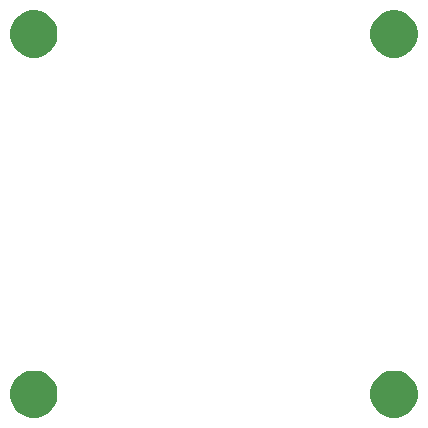
<source format=gbr>
%TF.GenerationSoftware,Altium Limited,Altium Designer,20.2.3 (150)*%
G04 Layer_Color=0*
%FSLAX26Y26*%
%MOIN*%
%TF.SameCoordinates,1E0D65CC-F0FE-4DFC-A0D5-6D9DD74121E6*%
%TF.FilePolarity,Positive*%
%TF.FileFunction,NonPlated,1,4,NPTH,Drill*%
%TF.Part,Single*%
G01*
G75*
G36*
X568598Y502339D02*
X560843D01*
X545631Y505364D01*
X531301Y511300D01*
X518404Y519917D01*
X507437Y530885D01*
X498820Y543781D01*
X492884Y558111D01*
X489858Y573323D01*
Y581079D01*
Y588834D01*
X492884Y604046D01*
X498820Y618376D01*
X507437Y631273D01*
X518404Y642240D01*
X531301Y650857D01*
X545631Y656793D01*
X560843Y659819D01*
X568598D01*
X576354D01*
X591566Y656793D01*
X605896Y650857D01*
X618792Y642240D01*
X629760Y631273D01*
X638377Y618376D01*
X644313Y604046D01*
X647339Y588834D01*
Y581079D01*
Y573323D01*
X644313Y558111D01*
X638377Y543781D01*
X629760Y530885D01*
X618792Y519917D01*
X605896Y511300D01*
X591566Y505364D01*
X576354Y502339D01*
X568598D01*
D01*
D02*
G37*
G36*
Y1703126D02*
X560843D01*
X545631Y1706152D01*
X531301Y1712087D01*
X518404Y1720705D01*
X507437Y1731672D01*
X498820Y1744569D01*
X492884Y1758898D01*
X489858Y1774111D01*
Y1781866D01*
Y1789621D01*
X492884Y1804834D01*
X498820Y1819164D01*
X507437Y1832060D01*
X518404Y1843028D01*
X531301Y1851645D01*
X545631Y1857580D01*
X560843Y1860606D01*
X568598D01*
X576354D01*
X591566Y1857580D01*
X605896Y1851645D01*
X618792Y1843028D01*
X629760Y1832060D01*
X638377Y1819164D01*
X644313Y1804834D01*
X647339Y1789621D01*
Y1781866D01*
Y1774111D01*
X644313Y1758898D01*
X638377Y1744569D01*
X629760Y1731672D01*
X618792Y1720705D01*
X605896Y1712087D01*
X591566Y1706152D01*
X576354Y1703126D01*
X568598D01*
D01*
D02*
G37*
G36*
X1690646Y581079D02*
Y573323D01*
X1693671Y558111D01*
X1699607Y543781D01*
X1708224Y530885D01*
X1719192Y519917D01*
X1732088Y511300D01*
X1746418Y505364D01*
X1761630Y502339D01*
X1769386D01*
X1777141D01*
X1792353Y505364D01*
X1806683Y511300D01*
X1819580Y519917D01*
X1830547Y530885D01*
X1839164Y543781D01*
X1845100Y558111D01*
X1848126Y573323D01*
Y581079D01*
Y588834D01*
X1845100Y604046D01*
X1839164Y618376D01*
X1830547Y631273D01*
X1819580Y642240D01*
X1806683Y650857D01*
X1792353Y656793D01*
X1777141Y659819D01*
X1769386D01*
X1761630D01*
X1746418Y656793D01*
X1732088Y650857D01*
X1719192Y642240D01*
X1708224Y631273D01*
X1699607Y618376D01*
X1693671Y604046D01*
X1690646Y588834D01*
Y581079D01*
D01*
D02*
G37*
G36*
X1769386Y1703126D02*
X1761630D01*
X1746418Y1706152D01*
X1732088Y1712087D01*
X1719192Y1720705D01*
X1708224Y1731672D01*
X1699607Y1744569D01*
X1693671Y1758898D01*
X1690646Y1774111D01*
Y1781866D01*
Y1789621D01*
X1693671Y1804834D01*
X1699607Y1819164D01*
X1708224Y1832060D01*
X1719192Y1843028D01*
X1732088Y1851645D01*
X1746418Y1857580D01*
X1761630Y1860606D01*
X1769386D01*
X1777141D01*
X1792353Y1857580D01*
X1806683Y1851645D01*
X1819580Y1843028D01*
X1830547Y1832060D01*
X1839164Y1819164D01*
X1845100Y1804834D01*
X1848126Y1789621D01*
Y1781866D01*
Y1774111D01*
X1845100Y1758898D01*
X1839164Y1744569D01*
X1830547Y1731672D01*
X1819580Y1720705D01*
X1806683Y1712087D01*
X1792353Y1706152D01*
X1777141Y1703126D01*
X1769386D01*
D01*
D02*
G37*
%TF.MD5,893a12cfd251db25edb2a90a4cec537b*%
M02*

</source>
